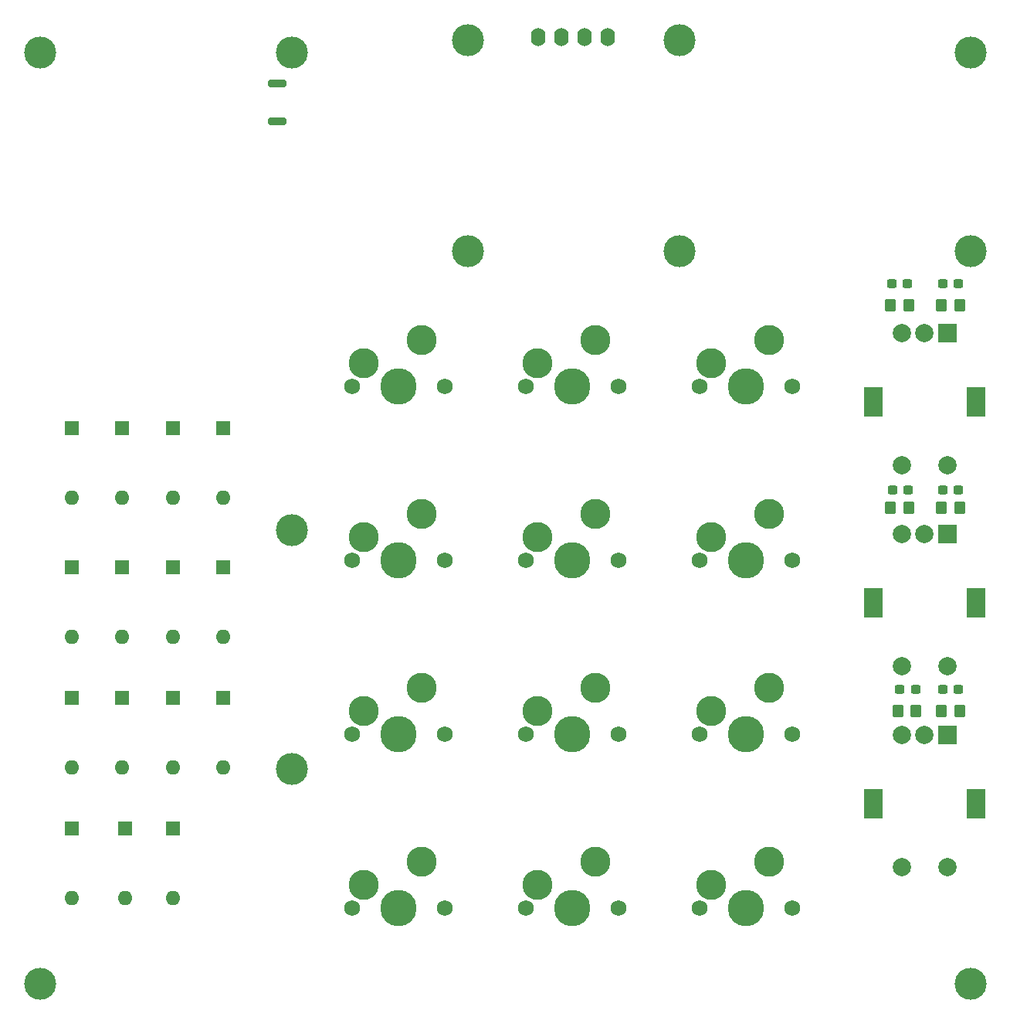
<source format=gts>
G04 #@! TF.GenerationSoftware,KiCad,Pcbnew,7.0.5*
G04 #@! TF.CreationDate,2023-09-13T23:13:29-07:00*
G04 #@! TF.ProjectId,Custom_KeyPad,43757374-6f6d-45f4-9b65-795061642e6b,rev?*
G04 #@! TF.SameCoordinates,Original*
G04 #@! TF.FileFunction,Soldermask,Top*
G04 #@! TF.FilePolarity,Negative*
%FSLAX46Y46*%
G04 Gerber Fmt 4.6, Leading zero omitted, Abs format (unit mm)*
G04 Created by KiCad (PCBNEW 7.0.5) date 2023-09-13 23:13:29*
%MOMM*%
%LPD*%
G01*
G04 APERTURE LIST*
G04 Aperture macros list*
%AMRoundRect*
0 Rectangle with rounded corners*
0 $1 Rounding radius*
0 $2 $3 $4 $5 $6 $7 $8 $9 X,Y pos of 4 corners*
0 Add a 4 corners polygon primitive as box body*
4,1,4,$2,$3,$4,$5,$6,$7,$8,$9,$2,$3,0*
0 Add four circle primitives for the rounded corners*
1,1,$1+$1,$2,$3*
1,1,$1+$1,$4,$5*
1,1,$1+$1,$6,$7*
1,1,$1+$1,$8,$9*
0 Add four rect primitives between the rounded corners*
20,1,$1+$1,$2,$3,$4,$5,0*
20,1,$1+$1,$4,$5,$6,$7,0*
20,1,$1+$1,$6,$7,$8,$9,0*
20,1,$1+$1,$8,$9,$2,$3,0*%
G04 Aperture macros list end*
%ADD10R,1.600000X1.600000*%
%ADD11O,1.600000X1.600000*%
%ADD12R,2.000000X2.000000*%
%ADD13C,2.000000*%
%ADD14R,2.000000X3.200000*%
%ADD15RoundRect,0.250000X-0.350000X-0.450000X0.350000X-0.450000X0.350000X0.450000X-0.350000X0.450000X0*%
%ADD16C,2.600000*%
%ADD17C,3.500000*%
%ADD18RoundRect,0.237500X-0.300000X-0.237500X0.300000X-0.237500X0.300000X0.237500X-0.300000X0.237500X0*%
%ADD19RoundRect,0.237500X0.300000X0.237500X-0.300000X0.237500X-0.300000X-0.237500X0.300000X-0.237500X0*%
%ADD20RoundRect,0.200000X0.800000X-0.200000X0.800000X0.200000X-0.800000X0.200000X-0.800000X-0.200000X0*%
%ADD21RoundRect,0.250000X0.350000X0.450000X-0.350000X0.450000X-0.350000X-0.450000X0.350000X-0.450000X0*%
%ADD22O,1.600000X2.000000*%
%ADD23C,1.750000*%
%ADD24C,3.987800*%
%ADD25C,3.300000*%
G04 APERTURE END LIST*
D10*
X104443750Y-95380000D03*
D11*
X104443750Y-103000000D03*
D12*
X200500000Y-91750000D03*
D13*
X195500000Y-91750000D03*
X198000000Y-91750000D03*
D14*
X203600000Y-99250000D03*
X192400000Y-99250000D03*
D13*
X195500000Y-106250000D03*
X200500000Y-106250000D03*
D10*
X115556250Y-95380000D03*
D11*
X115556250Y-103000000D03*
D15*
X199818750Y-111125000D03*
X201818750Y-111125000D03*
D10*
X121112500Y-109667500D03*
D11*
X121112500Y-117287500D03*
D15*
X194262500Y-88900000D03*
X196262500Y-88900000D03*
D16*
X128587500Y-39000000D03*
D17*
X128587500Y-39000000D03*
D12*
X200500000Y-113750000D03*
D13*
X195500000Y-113750000D03*
X198000000Y-113750000D03*
D14*
X203600000Y-121250000D03*
X192400000Y-121250000D03*
D13*
X195500000Y-128250000D03*
X200500000Y-128250000D03*
D10*
X110331250Y-123983750D03*
D11*
X110331250Y-131603750D03*
D10*
X115556250Y-123983750D03*
D11*
X115556250Y-131603750D03*
D10*
X115556250Y-109667500D03*
D11*
X115556250Y-117287500D03*
D18*
X199956250Y-86954230D03*
X201681250Y-86954230D03*
D10*
X121112500Y-95380000D03*
D11*
X121112500Y-103000000D03*
D16*
X128587500Y-117475000D03*
D17*
X128587500Y-117475000D03*
D19*
X201681250Y-64293750D03*
X199956250Y-64293750D03*
D15*
X194262500Y-66675000D03*
X196262500Y-66675000D03*
D12*
X200500000Y-69750000D03*
D13*
X195500000Y-69750000D03*
X198000000Y-69750000D03*
D14*
X203600000Y-77250000D03*
X192400000Y-77250000D03*
D13*
X195500000Y-84250000D03*
X200500000Y-84250000D03*
D16*
X101000000Y-39000000D03*
D17*
X101000000Y-39000000D03*
D16*
X171153689Y-60772695D03*
D17*
X171153689Y-60772695D03*
D10*
X121112500Y-80140000D03*
D11*
X121112500Y-87760000D03*
D16*
X203000000Y-60772695D03*
D17*
X203000000Y-60772695D03*
D10*
X104443750Y-80140000D03*
D11*
X104443750Y-87760000D03*
D16*
X203000000Y-39000000D03*
D17*
X203000000Y-39000000D03*
D16*
X147947592Y-60772480D03*
D17*
X147947592Y-60772480D03*
D20*
X127000000Y-46550000D03*
X127000000Y-42350000D03*
D19*
X201681250Y-108743750D03*
X199956250Y-108743750D03*
D10*
X110000000Y-80140000D03*
D11*
X110000000Y-87760000D03*
D16*
X171158857Y-37656395D03*
D17*
X171158857Y-37656395D03*
D10*
X110000000Y-95380000D03*
D11*
X110000000Y-103000000D03*
D10*
X115556250Y-80140000D03*
D11*
X115556250Y-87760000D03*
D10*
X104443750Y-109667500D03*
D11*
X104443750Y-117287500D03*
D16*
X101000000Y-141000000D03*
D17*
X101000000Y-141000000D03*
D10*
X104443750Y-123983750D03*
D11*
X104443750Y-131603750D03*
D16*
X147943149Y-37649935D03*
D17*
X147943149Y-37649935D03*
D18*
X194464858Y-86954230D03*
X196189858Y-86954230D03*
D10*
X110000000Y-109667500D03*
D11*
X110000000Y-117287500D03*
D18*
X194400000Y-64293750D03*
X196125000Y-64293750D03*
D21*
X201818750Y-88900000D03*
X199818750Y-88900000D03*
D22*
X155623750Y-37262500D03*
X158163750Y-37262500D03*
X160703750Y-37262500D03*
X163243750Y-37262500D03*
D15*
X199818750Y-66675000D03*
X201818750Y-66675000D03*
X195056250Y-111125000D03*
X197056250Y-111125000D03*
D18*
X195262500Y-108743750D03*
X196987500Y-108743750D03*
D16*
X128587500Y-91281250D03*
D17*
X128587500Y-91281250D03*
D16*
X203000000Y-141000000D03*
D17*
X203000000Y-141000000D03*
D23*
X145415000Y-132715000D03*
D24*
X140335000Y-132715000D03*
D23*
X135255000Y-132715000D03*
D25*
X136525000Y-130175000D03*
X142875000Y-127635000D03*
D23*
X164465000Y-94615000D03*
D24*
X159385000Y-94615000D03*
D23*
X154305000Y-94615000D03*
D25*
X155575000Y-92075000D03*
X161925000Y-89535000D03*
D23*
X145415000Y-94615000D03*
D24*
X140335000Y-94615000D03*
D23*
X135255000Y-94615000D03*
D25*
X136525000Y-92075000D03*
X142875000Y-89535000D03*
D23*
X145415000Y-113665000D03*
D24*
X140335000Y-113665000D03*
D23*
X135255000Y-113665000D03*
D25*
X136525000Y-111125000D03*
X142875000Y-108585000D03*
D23*
X183515000Y-75565000D03*
D24*
X178435000Y-75565000D03*
D23*
X173355000Y-75565000D03*
D25*
X174625000Y-73025000D03*
X180975000Y-70485000D03*
D23*
X164465000Y-75565000D03*
D24*
X159385000Y-75565000D03*
D23*
X154305000Y-75565000D03*
D25*
X155575000Y-73025000D03*
X161925000Y-70485000D03*
D23*
X164465000Y-113665000D03*
D24*
X159385000Y-113665000D03*
D23*
X154305000Y-113665000D03*
D25*
X155575000Y-111125000D03*
X161925000Y-108585000D03*
D23*
X183515000Y-132715000D03*
D24*
X178435000Y-132715000D03*
D23*
X173355000Y-132715000D03*
D25*
X174625000Y-130175000D03*
X180975000Y-127635000D03*
D23*
X164465000Y-132715000D03*
D24*
X159385000Y-132715000D03*
D23*
X154305000Y-132715000D03*
D25*
X155575000Y-130175000D03*
X161925000Y-127635000D03*
D23*
X183515000Y-94615000D03*
D24*
X178435000Y-94615000D03*
D23*
X173355000Y-94615000D03*
D25*
X174625000Y-92075000D03*
X180975000Y-89535000D03*
D23*
X183515000Y-113665000D03*
D24*
X178435000Y-113665000D03*
D23*
X173355000Y-113665000D03*
D25*
X174625000Y-111125000D03*
X180975000Y-108585000D03*
D23*
X145415000Y-75565000D03*
D24*
X140335000Y-75565000D03*
D23*
X135255000Y-75565000D03*
D25*
X136525000Y-73025000D03*
X142875000Y-70485000D03*
M02*

</source>
